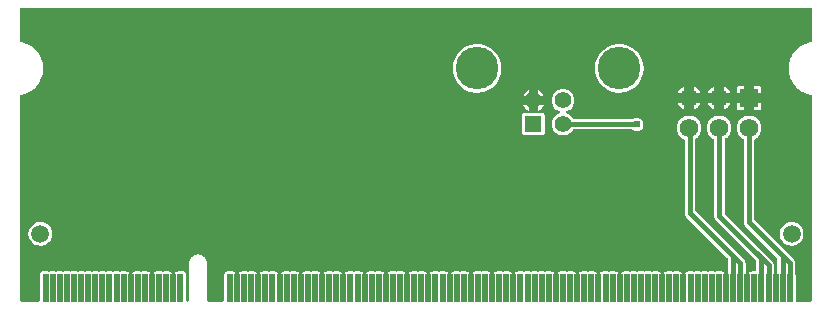
<source format=gbl>
G04 Layer: BottomLayer*
G04 EasyEDA v6.5.23, 2023-08-22 14:51:30*
G04 a67cddfb3fce44daa9051d46cbbcc19f,10*
G04 Gerber Generator version 0.2*
G04 Scale: 100 percent, Rotated: No, Reflected: No *
G04 Dimensions in millimeters *
G04 leading zeros omitted , absolute positions ,4 integer and 5 decimal *
%FSLAX45Y45*%
%MOMM*%

%AMMACRO1*4,1,4,-0.2249,1.15,0.2249,1.15,0.2249,-1.15,-0.2249,-1.15,-0.2249,1.15,0*%
%AMMACRO2*4,1,4,-0.225,1.15,0.225,1.15,0.225,-1.15,-0.225,-1.15,-0.225,1.15,0*%
%ADD10C,0.4000*%
%ADD11MACRO1*%
%ADD12MACRO2*%
%ADD13C,1.5001*%
%ADD14C,1.4000*%
%ADD15R,1.4000X1.4000*%
%ADD16C,3.6000*%
%ADD17C,1.5748*%
%ADD18R,1.5748X1.5748*%
%ADD19C,0.6096*%
%ADD20C,0.6100*%
%ADD21C,0.0152*%

%LPD*%
G36*
X36169Y25958D02*
G01*
X32258Y26720D01*
X29006Y28956D01*
X26771Y32258D01*
X26009Y36118D01*
X26009Y1766976D01*
X26670Y1770532D01*
X28498Y1773631D01*
X31292Y1775917D01*
X34696Y1777034D01*
X45618Y1778812D01*
X64262Y1783486D01*
X85191Y1790801D01*
X105308Y1800148D01*
X124358Y1811426D01*
X126796Y1813052D01*
X144526Y1826361D01*
X160832Y1841347D01*
X173786Y1855622D01*
X187096Y1873351D01*
X198628Y1892300D01*
X199999Y1894839D01*
X209346Y1914956D01*
X216662Y1935886D01*
X221335Y1954530D01*
X225044Y1979371D01*
X225958Y2001520D01*
X225044Y2020722D01*
X221335Y2045563D01*
X216662Y2064207D01*
X209346Y2085136D01*
X199999Y2105253D01*
X188722Y2124303D01*
X187096Y2126742D01*
X173786Y2144471D01*
X158800Y2160778D01*
X144526Y2173732D01*
X126796Y2187041D01*
X107848Y2198573D01*
X105308Y2199944D01*
X85191Y2209292D01*
X64262Y2216607D01*
X45618Y2221280D01*
X34696Y2223058D01*
X31292Y2224227D01*
X28498Y2226462D01*
X26670Y2229561D01*
X26009Y2233117D01*
X26009Y2503982D01*
X26771Y2507894D01*
X29006Y2511145D01*
X32258Y2513380D01*
X36169Y2514142D01*
X6724040Y2514142D01*
X6727952Y2513380D01*
X6731203Y2511145D01*
X6733438Y2507894D01*
X6734200Y2503982D01*
X6734200Y2233117D01*
X6733590Y2229561D01*
X6731711Y2226462D01*
X6728917Y2224227D01*
X6725513Y2223058D01*
X6714591Y2221280D01*
X6695948Y2216607D01*
X6675018Y2209292D01*
X6654901Y2199944D01*
X6635851Y2188667D01*
X6633413Y2187041D01*
X6615684Y2173732D01*
X6599377Y2158746D01*
X6586423Y2144471D01*
X6573113Y2126742D01*
X6561581Y2107793D01*
X6560210Y2105253D01*
X6550863Y2085136D01*
X6543548Y2064207D01*
X6538874Y2045563D01*
X6535166Y2020722D01*
X6534251Y1998573D01*
X6535166Y1979371D01*
X6538874Y1954530D01*
X6543548Y1935886D01*
X6550863Y1914956D01*
X6560210Y1894839D01*
X6571488Y1875789D01*
X6573113Y1873351D01*
X6586423Y1855622D01*
X6601409Y1839315D01*
X6615684Y1826361D01*
X6633413Y1813052D01*
X6652361Y1801520D01*
X6654901Y1800148D01*
X6675018Y1790801D01*
X6695948Y1783486D01*
X6714591Y1778812D01*
X6725513Y1777034D01*
X6728917Y1775917D01*
X6731711Y1773631D01*
X6733590Y1770532D01*
X6734200Y1766976D01*
X6734200Y36118D01*
X6733438Y32258D01*
X6731203Y28956D01*
X6727952Y26720D01*
X6724040Y25958D01*
X6603695Y25958D01*
X6599783Y26720D01*
X6596481Y28956D01*
X6594297Y32258D01*
X6593535Y36118D01*
X6593535Y254457D01*
X6592773Y260807D01*
X6591553Y264363D01*
X6590995Y267716D01*
X6590944Y356616D01*
X6589725Y365353D01*
X6587032Y373380D01*
X6582918Y380746D01*
X6577177Y387654D01*
X6248755Y716076D01*
X6246571Y719378D01*
X6245809Y723239D01*
X6245809Y1395882D01*
X6246469Y1399540D01*
X6248450Y1402740D01*
X6263690Y1413002D01*
X6273952Y1421993D01*
X6282994Y1432306D01*
X6290614Y1443685D01*
X6296660Y1455978D01*
X6301028Y1468932D01*
X6303721Y1482344D01*
X6304635Y1496009D01*
X6303721Y1509674D01*
X6301028Y1523085D01*
X6296660Y1536039D01*
X6290614Y1548333D01*
X6282994Y1559712D01*
X6273952Y1569974D01*
X6263690Y1579016D01*
X6252311Y1586585D01*
X6240018Y1592681D01*
X6227064Y1597050D01*
X6213652Y1599742D01*
X6199987Y1600606D01*
X6186322Y1599742D01*
X6172911Y1597050D01*
X6159957Y1592681D01*
X6147663Y1586585D01*
X6136284Y1579016D01*
X6126022Y1569974D01*
X6116980Y1559712D01*
X6109360Y1548333D01*
X6103315Y1536039D01*
X6098946Y1523085D01*
X6096254Y1509674D01*
X6095339Y1496009D01*
X6096254Y1482344D01*
X6098946Y1468932D01*
X6103315Y1455978D01*
X6109360Y1443685D01*
X6116980Y1432306D01*
X6126022Y1421993D01*
X6136284Y1413002D01*
X6148324Y1405077D01*
X6151321Y1402842D01*
X6153302Y1399641D01*
X6153962Y1395984D01*
X6154013Y698246D01*
X6155232Y689508D01*
X6157925Y681482D01*
X6162040Y674116D01*
X6167780Y667207D01*
X6436258Y398729D01*
X6438442Y395427D01*
X6439204Y391566D01*
X6439204Y267716D01*
X6438646Y264363D01*
X6437426Y260807D01*
X6436715Y254457D01*
X6436715Y36118D01*
X6435902Y32258D01*
X6433718Y28956D01*
X6430416Y26720D01*
X6426555Y25958D01*
X6423660Y25958D01*
X6419748Y26720D01*
X6416497Y28956D01*
X6414262Y32258D01*
X6413500Y36118D01*
X6413500Y254457D01*
X6412788Y260807D01*
X6411569Y264261D01*
X6411010Y267614D01*
X6410960Y336651D01*
X6409740Y345389D01*
X6407048Y353415D01*
X6402933Y360832D01*
X6397244Y367690D01*
X5998870Y766013D01*
X5996686Y769315D01*
X5995873Y773226D01*
X5995873Y1398371D01*
X5996432Y1401622D01*
X5998006Y1404518D01*
X6000394Y1406804D01*
X6009690Y1413002D01*
X6019952Y1421993D01*
X6028994Y1432306D01*
X6036614Y1443685D01*
X6042660Y1455978D01*
X6047028Y1468932D01*
X6049721Y1482344D01*
X6050635Y1496009D01*
X6049721Y1509674D01*
X6047028Y1523085D01*
X6042660Y1536039D01*
X6036614Y1548333D01*
X6028994Y1559712D01*
X6019952Y1569974D01*
X6009690Y1579016D01*
X5998311Y1586585D01*
X5986018Y1592681D01*
X5973064Y1597050D01*
X5959652Y1599742D01*
X5945987Y1600606D01*
X5932322Y1599742D01*
X5918911Y1597050D01*
X5905957Y1592681D01*
X5893663Y1586585D01*
X5882284Y1579016D01*
X5872022Y1569974D01*
X5862980Y1559712D01*
X5855360Y1548333D01*
X5849315Y1536039D01*
X5844946Y1523085D01*
X5842254Y1509674D01*
X5841339Y1496009D01*
X5842254Y1482344D01*
X5844946Y1468932D01*
X5849315Y1455978D01*
X5855360Y1443685D01*
X5862980Y1432306D01*
X5872022Y1421993D01*
X5882284Y1413002D01*
X5893663Y1405382D01*
X5898438Y1403045D01*
X5901436Y1400810D01*
X5903366Y1397609D01*
X5904077Y1393952D01*
X5904128Y748233D01*
X5905347Y739495D01*
X5908040Y731469D01*
X5912154Y724103D01*
X5917844Y717194D01*
X6256274Y378815D01*
X6258458Y375513D01*
X6259220Y371602D01*
X6259220Y291134D01*
X6258458Y287223D01*
X6256274Y283921D01*
X6252972Y281736D01*
X6249060Y280974D01*
X6223152Y280974D01*
X6216243Y280162D01*
X6213957Y280162D01*
X6207048Y280974D01*
X6202578Y280974D01*
X6202578Y274421D01*
X6202222Y271627D01*
X6201054Y268986D01*
X6199327Y266242D01*
X6197396Y260807D01*
X6196685Y254457D01*
X6196685Y36118D01*
X6195923Y32258D01*
X6193688Y28956D01*
X6190437Y26720D01*
X6186525Y25958D01*
X6183680Y25958D01*
X6179769Y26720D01*
X6176518Y28956D01*
X6174282Y32258D01*
X6173520Y36118D01*
X6173520Y254457D01*
X6172809Y260807D01*
X6171539Y264414D01*
X6170980Y267766D01*
X6170930Y351688D01*
X6169710Y360426D01*
X6167018Y368452D01*
X6162903Y375869D01*
X6157214Y382727D01*
X5748883Y791057D01*
X5746648Y794308D01*
X5745886Y798220D01*
X5745886Y1401013D01*
X5746445Y1404264D01*
X5748020Y1407210D01*
X5750407Y1409446D01*
X5755690Y1413002D01*
X5765952Y1421993D01*
X5774994Y1432306D01*
X5782614Y1443685D01*
X5788660Y1455978D01*
X5793028Y1468932D01*
X5795721Y1482344D01*
X5796635Y1496009D01*
X5795721Y1509674D01*
X5793028Y1523085D01*
X5788660Y1536039D01*
X5782614Y1548333D01*
X5774994Y1559712D01*
X5765952Y1569974D01*
X5755690Y1579016D01*
X5744311Y1586585D01*
X5732018Y1592681D01*
X5719064Y1597050D01*
X5705652Y1599742D01*
X5691987Y1600606D01*
X5678322Y1599742D01*
X5664911Y1597050D01*
X5651957Y1592681D01*
X5639663Y1586585D01*
X5628284Y1579016D01*
X5618022Y1569974D01*
X5608980Y1559712D01*
X5601360Y1548333D01*
X5595315Y1536039D01*
X5590946Y1523085D01*
X5588254Y1509674D01*
X5587339Y1496009D01*
X5588254Y1482344D01*
X5590946Y1468932D01*
X5595315Y1455978D01*
X5601360Y1443685D01*
X5608980Y1432306D01*
X5618022Y1421993D01*
X5628284Y1413002D01*
X5639663Y1405382D01*
X5648401Y1401064D01*
X5651398Y1398828D01*
X5653379Y1395628D01*
X5654090Y1391970D01*
X5654141Y773226D01*
X5655360Y764489D01*
X5658053Y756462D01*
X5662168Y749096D01*
X5667857Y742188D01*
X6016244Y393852D01*
X6018428Y390550D01*
X6019190Y386638D01*
X6019190Y267665D01*
X6018631Y264261D01*
X6017412Y260807D01*
X6016701Y254457D01*
X6016701Y36118D01*
X6015939Y32258D01*
X6013704Y28956D01*
X6010452Y26720D01*
X6006541Y25958D01*
X6003696Y25958D01*
X5999784Y26720D01*
X5996482Y28956D01*
X5994298Y32258D01*
X5993536Y36118D01*
X5993536Y254457D01*
X5992774Y260807D01*
X5990894Y266242D01*
X5989116Y269087D01*
X5987948Y271678D01*
X5987542Y274472D01*
X5987542Y280974D01*
X5983173Y280974D01*
X5976213Y280162D01*
X5973978Y280162D01*
X5967018Y280974D01*
X5923178Y280974D01*
X5916218Y280162D01*
X5913983Y280162D01*
X5907024Y280974D01*
X5863183Y280974D01*
X5856224Y280162D01*
X5853988Y280162D01*
X5847029Y280974D01*
X5803188Y280974D01*
X5796229Y280162D01*
X5793943Y280162D01*
X5787034Y280974D01*
X5743194Y280974D01*
X5736234Y280162D01*
X5733948Y280162D01*
X5727039Y280974D01*
X5683148Y280974D01*
X5676239Y280162D01*
X5673953Y280162D01*
X5667044Y280974D01*
X5662574Y280974D01*
X5662574Y274421D01*
X5662218Y271627D01*
X5661050Y268986D01*
X5659323Y266242D01*
X5657392Y260807D01*
X5656681Y254457D01*
X5656681Y36118D01*
X5655919Y32258D01*
X5653684Y28956D01*
X5650433Y26720D01*
X5646521Y25958D01*
X5643676Y25958D01*
X5639765Y26720D01*
X5636514Y28956D01*
X5634278Y32258D01*
X5633516Y36118D01*
X5633516Y254457D01*
X5632805Y260807D01*
X5630875Y266242D01*
X5628944Y269341D01*
X5627776Y271932D01*
X5627370Y274777D01*
X5627370Y280974D01*
X5623153Y280974D01*
X5616244Y280162D01*
X5613958Y280162D01*
X5607050Y280974D01*
X5563158Y280974D01*
X5556250Y280162D01*
X5553964Y280162D01*
X5547055Y280974D01*
X5503164Y280974D01*
X5496255Y280162D01*
X5493969Y280162D01*
X5487009Y280974D01*
X5482742Y280974D01*
X5482742Y274624D01*
X5482336Y271830D01*
X5481218Y269240D01*
X5479338Y266242D01*
X5477408Y260807D01*
X5476697Y254457D01*
X5476697Y36118D01*
X5475935Y32258D01*
X5473700Y28956D01*
X5470448Y26720D01*
X5466537Y25958D01*
X5463692Y25958D01*
X5459780Y26720D01*
X5456478Y28956D01*
X5454294Y32258D01*
X5453532Y36118D01*
X5453532Y254457D01*
X5452770Y260807D01*
X5450890Y266242D01*
X5449112Y269087D01*
X5447944Y271678D01*
X5447538Y274472D01*
X5447538Y280974D01*
X5443169Y280974D01*
X5436260Y280162D01*
X5433974Y280162D01*
X5427014Y280974D01*
X5383174Y280974D01*
X5376214Y280162D01*
X5373979Y280162D01*
X5367020Y280974D01*
X5323179Y280974D01*
X5316220Y280162D01*
X5313984Y280162D01*
X5307025Y280974D01*
X5263184Y280974D01*
X5256225Y280162D01*
X5253939Y280162D01*
X5247030Y280974D01*
X5203190Y280974D01*
X5196230Y280162D01*
X5193944Y280162D01*
X5187035Y280974D01*
X5143195Y280974D01*
X5136235Y280162D01*
X5133949Y280162D01*
X5127040Y280974D01*
X5122570Y280974D01*
X5122570Y274370D01*
X5122214Y271576D01*
X5119319Y266242D01*
X5117439Y260807D01*
X5116728Y254457D01*
X5116728Y36118D01*
X5115915Y32258D01*
X5113731Y28956D01*
X5110429Y26720D01*
X5106568Y25958D01*
X5103672Y25958D01*
X5099761Y26720D01*
X5096510Y28956D01*
X5094274Y32258D01*
X5093512Y36118D01*
X5093512Y254457D01*
X5092801Y260807D01*
X5090871Y266242D01*
X5088940Y269341D01*
X5087772Y271932D01*
X5087366Y274777D01*
X5087366Y280974D01*
X5083149Y280974D01*
X5076240Y280162D01*
X5073954Y280162D01*
X5067046Y280974D01*
X5023154Y280974D01*
X5016246Y280162D01*
X5013960Y280162D01*
X5007051Y280974D01*
X4963160Y280974D01*
X4956251Y280162D01*
X4953965Y280162D01*
X4947005Y280974D01*
X4942738Y280974D01*
X4942738Y274624D01*
X4942332Y271830D01*
X4941214Y269240D01*
X4939334Y266242D01*
X4937404Y260807D01*
X4936693Y254457D01*
X4936693Y36118D01*
X4935931Y32258D01*
X4933696Y28956D01*
X4930444Y26720D01*
X4926533Y25958D01*
X4923688Y25958D01*
X4919776Y26720D01*
X4916474Y28956D01*
X4914290Y32258D01*
X4913528Y36118D01*
X4913528Y254457D01*
X4912766Y260807D01*
X4910886Y266242D01*
X4909108Y269087D01*
X4907940Y271678D01*
X4907534Y274472D01*
X4907534Y280974D01*
X4903165Y280974D01*
X4896256Y280162D01*
X4893970Y280162D01*
X4887010Y280974D01*
X4843170Y280974D01*
X4836261Y280162D01*
X4833975Y280162D01*
X4827016Y280974D01*
X4783175Y280974D01*
X4776216Y280162D01*
X4773980Y280162D01*
X4767021Y280974D01*
X4762652Y280974D01*
X4762652Y274523D01*
X4762296Y271729D01*
X4761128Y269138D01*
X4759299Y266242D01*
X4757420Y260807D01*
X4756708Y254457D01*
X4756708Y36118D01*
X4755896Y32258D01*
X4753711Y28956D01*
X4750409Y26720D01*
X4746548Y25958D01*
X4743704Y25958D01*
X4739792Y26720D01*
X4736490Y28956D01*
X4734306Y32258D01*
X4733544Y36118D01*
X4733544Y254457D01*
X4732782Y260807D01*
X4730902Y266242D01*
X4729022Y269240D01*
X4727854Y271830D01*
X4727448Y274624D01*
X4727448Y280974D01*
X4723180Y280974D01*
X4716221Y280162D01*
X4713986Y280162D01*
X4707026Y280974D01*
X4663186Y280974D01*
X4656226Y280162D01*
X4653940Y280162D01*
X4647031Y280974D01*
X4603191Y280974D01*
X4596231Y280162D01*
X4593945Y280162D01*
X4587036Y280974D01*
X4582566Y280974D01*
X4582566Y274370D01*
X4582160Y271576D01*
X4579315Y266242D01*
X4577435Y260807D01*
X4576724Y254457D01*
X4576724Y36118D01*
X4575911Y32258D01*
X4573727Y28956D01*
X4570425Y26720D01*
X4566564Y25958D01*
X4563668Y25958D01*
X4559757Y26720D01*
X4556506Y28956D01*
X4554270Y32258D01*
X4553508Y36118D01*
X4553508Y254457D01*
X4552797Y260807D01*
X4550867Y266242D01*
X4548936Y269341D01*
X4547768Y271932D01*
X4547362Y274777D01*
X4547362Y280974D01*
X4543196Y280974D01*
X4536236Y280162D01*
X4533950Y280162D01*
X4527042Y280974D01*
X4483150Y280974D01*
X4476242Y280162D01*
X4473956Y280162D01*
X4467047Y280974D01*
X4423156Y280974D01*
X4416247Y280162D01*
X4413961Y280162D01*
X4407052Y280974D01*
X4363161Y280974D01*
X4356252Y280162D01*
X4353966Y280162D01*
X4347006Y280974D01*
X4303166Y280974D01*
X4296257Y280162D01*
X4293971Y280162D01*
X4287012Y280974D01*
X4243171Y280974D01*
X4236262Y280162D01*
X4233976Y280162D01*
X4227017Y280974D01*
X4222648Y280974D01*
X4222648Y274472D01*
X4222292Y271678D01*
X4221124Y269087D01*
X4219346Y266242D01*
X4217416Y260807D01*
X4216704Y254457D01*
X4216704Y36118D01*
X4215942Y32258D01*
X4213707Y28956D01*
X4210456Y26720D01*
X4206544Y25958D01*
X4203700Y25958D01*
X4199788Y26720D01*
X4196486Y28956D01*
X4194301Y32258D01*
X4193540Y36118D01*
X4193540Y254457D01*
X4192778Y260807D01*
X4190898Y266242D01*
X4189018Y269240D01*
X4187850Y271830D01*
X4187444Y274624D01*
X4187444Y280974D01*
X4183176Y280974D01*
X4176217Y280162D01*
X4173982Y280162D01*
X4167022Y280974D01*
X4123182Y280974D01*
X4116222Y280162D01*
X4113987Y280162D01*
X4107027Y280974D01*
X4063187Y280974D01*
X4056227Y280162D01*
X4053941Y280162D01*
X4047032Y280974D01*
X4042562Y280974D01*
X4042562Y274370D01*
X4042156Y271576D01*
X4039311Y266242D01*
X4037431Y260807D01*
X4036720Y254457D01*
X4036720Y36118D01*
X4035907Y32258D01*
X4033723Y28956D01*
X4030421Y26720D01*
X4026509Y25958D01*
X4023664Y25958D01*
X4019753Y26720D01*
X4016501Y28956D01*
X4014266Y32258D01*
X4013504Y36118D01*
X4013504Y254457D01*
X4012793Y260807D01*
X4010863Y266242D01*
X4008932Y269341D01*
X4007764Y271932D01*
X4007358Y274777D01*
X4007358Y280974D01*
X4003192Y280974D01*
X3996232Y280162D01*
X3993946Y280162D01*
X3987037Y280974D01*
X3943197Y280974D01*
X3936237Y280162D01*
X3933951Y280162D01*
X3927043Y280974D01*
X3883151Y280974D01*
X3876243Y280162D01*
X3873957Y280162D01*
X3867048Y280974D01*
X3862730Y280974D01*
X3862730Y274675D01*
X3862374Y271830D01*
X3861206Y269240D01*
X3859326Y266242D01*
X3857396Y260807D01*
X3856685Y254457D01*
X3856685Y36118D01*
X3855923Y32258D01*
X3853687Y28956D01*
X3850436Y26720D01*
X3846525Y25958D01*
X3843680Y25958D01*
X3839768Y26720D01*
X3836517Y28956D01*
X3834282Y32258D01*
X3833520Y36118D01*
X3833520Y254457D01*
X3832809Y260807D01*
X3830878Y266242D01*
X3829100Y269138D01*
X3827932Y271729D01*
X3827526Y274523D01*
X3827526Y280974D01*
X3823157Y280974D01*
X3816248Y280162D01*
X3813962Y280162D01*
X3807053Y280974D01*
X3763162Y280974D01*
X3756253Y280162D01*
X3753967Y280162D01*
X3747008Y280974D01*
X3703167Y280974D01*
X3696258Y280162D01*
X3693972Y280162D01*
X3687013Y280974D01*
X3682644Y280974D01*
X3682644Y274472D01*
X3682237Y271678D01*
X3681120Y269087D01*
X3679342Y266242D01*
X3677412Y260807D01*
X3676700Y254457D01*
X3676700Y36118D01*
X3675938Y32258D01*
X3673703Y28956D01*
X3670452Y26720D01*
X3666540Y25958D01*
X3663645Y25958D01*
X3659784Y26720D01*
X3656482Y28956D01*
X3654298Y32258D01*
X3653536Y36118D01*
X3653536Y254457D01*
X3652774Y260807D01*
X3650894Y266242D01*
X3649014Y269240D01*
X3647846Y271830D01*
X3647440Y274624D01*
X3647440Y280974D01*
X3643172Y280974D01*
X3636264Y280162D01*
X3633978Y280162D01*
X3627018Y280974D01*
X3583178Y280974D01*
X3576218Y280162D01*
X3573983Y280162D01*
X3567023Y280974D01*
X3523183Y280974D01*
X3516223Y280162D01*
X3513988Y280162D01*
X3507028Y280974D01*
X3502812Y280974D01*
X3502812Y274777D01*
X3502456Y271983D01*
X3501288Y269392D01*
X3499307Y266242D01*
X3497427Y260807D01*
X3496716Y254457D01*
X3496716Y36118D01*
X3495903Y32258D01*
X3493719Y28956D01*
X3490417Y26720D01*
X3486556Y25958D01*
X3483660Y25958D01*
X3479749Y26720D01*
X3476498Y28956D01*
X3474262Y32258D01*
X3473500Y36118D01*
X3473500Y254457D01*
X3472789Y260807D01*
X3470859Y266242D01*
X3468014Y271526D01*
X3467608Y274370D01*
X3467608Y280974D01*
X3463188Y280974D01*
X3456228Y280162D01*
X3453942Y280162D01*
X3447034Y280974D01*
X3403193Y280974D01*
X3396234Y280162D01*
X3393948Y280162D01*
X3387039Y280974D01*
X3343148Y280974D01*
X3336239Y280162D01*
X3333953Y280162D01*
X3327044Y280974D01*
X3322726Y280974D01*
X3322726Y274675D01*
X3322370Y271830D01*
X3321202Y269240D01*
X3319322Y266242D01*
X3317392Y260807D01*
X3316681Y254457D01*
X3316681Y36118D01*
X3315919Y32258D01*
X3313684Y28956D01*
X3310432Y26720D01*
X3306521Y25958D01*
X3303676Y25958D01*
X3299764Y26720D01*
X3296513Y28956D01*
X3294278Y32258D01*
X3293516Y36118D01*
X3293516Y254457D01*
X3292805Y260807D01*
X3290874Y266242D01*
X3289096Y269138D01*
X3287928Y271729D01*
X3287522Y274523D01*
X3287522Y280974D01*
X3283153Y280974D01*
X3276244Y280162D01*
X3273958Y280162D01*
X3267049Y280974D01*
X3223158Y280974D01*
X3216249Y280162D01*
X3213963Y280162D01*
X3207054Y280974D01*
X3163163Y280974D01*
X3156254Y280162D01*
X3153968Y280162D01*
X3147009Y280974D01*
X3142640Y280974D01*
X3142640Y274472D01*
X3142234Y271678D01*
X3141116Y269087D01*
X3139338Y266242D01*
X3137408Y260807D01*
X3136696Y254457D01*
X3136696Y36118D01*
X3135934Y32258D01*
X3133699Y28956D01*
X3130448Y26720D01*
X3126536Y25958D01*
X3123692Y25958D01*
X3119780Y26720D01*
X3116478Y28956D01*
X3114294Y32258D01*
X3113481Y36118D01*
X3113481Y254457D01*
X3112770Y260807D01*
X3110890Y266242D01*
X3109010Y269240D01*
X3107842Y271830D01*
X3107436Y274624D01*
X3107436Y280974D01*
X3103168Y280974D01*
X3096260Y280162D01*
X3093974Y280162D01*
X3087014Y280974D01*
X3043174Y280974D01*
X3036214Y280162D01*
X3033979Y280162D01*
X3027019Y280974D01*
X2983179Y280974D01*
X2976219Y280162D01*
X2973984Y280162D01*
X2967024Y280974D01*
X2962808Y280974D01*
X2962808Y274777D01*
X2962452Y271983D01*
X2961284Y269392D01*
X2959303Y266242D01*
X2957423Y260807D01*
X2956661Y254457D01*
X2956661Y36118D01*
X2955899Y32258D01*
X2953715Y28956D01*
X2950413Y26720D01*
X2946552Y25958D01*
X2943707Y25958D01*
X2939796Y26720D01*
X2936494Y28956D01*
X2934309Y32258D01*
X2933547Y36118D01*
X2933547Y254457D01*
X2932785Y260807D01*
X2930906Y266242D01*
X2928010Y271576D01*
X2927604Y274421D01*
X2927604Y280974D01*
X2923184Y280974D01*
X2916224Y280162D01*
X2913989Y280162D01*
X2907030Y280974D01*
X2863189Y280974D01*
X2856230Y280162D01*
X2853944Y280162D01*
X2847035Y280974D01*
X2803194Y280974D01*
X2796235Y280162D01*
X2793949Y280162D01*
X2787040Y280974D01*
X2782722Y280974D01*
X2782722Y274624D01*
X2782366Y271780D01*
X2781198Y269189D01*
X2779318Y266242D01*
X2777439Y260807D01*
X2776728Y254457D01*
X2776728Y36118D01*
X2775915Y32258D01*
X2773730Y28956D01*
X2770428Y26720D01*
X2766568Y25958D01*
X2763672Y25958D01*
X2759760Y26720D01*
X2756509Y28956D01*
X2754274Y32258D01*
X2753512Y36118D01*
X2753512Y254457D01*
X2752801Y260807D01*
X2750870Y266242D01*
X2749092Y269138D01*
X2747924Y271729D01*
X2747518Y274523D01*
X2747518Y280974D01*
X2743149Y280974D01*
X2736240Y280162D01*
X2733954Y280162D01*
X2727045Y280974D01*
X2683154Y280974D01*
X2676245Y280162D01*
X2673959Y280162D01*
X2667050Y280974D01*
X2623159Y280974D01*
X2616250Y280162D01*
X2613964Y280162D01*
X2607005Y280974D01*
X2602636Y280974D01*
X2602636Y274472D01*
X2602230Y271678D01*
X2601112Y269087D01*
X2599334Y266242D01*
X2597404Y260807D01*
X2596692Y254457D01*
X2596692Y36118D01*
X2595930Y32258D01*
X2593695Y28956D01*
X2590444Y26720D01*
X2586532Y25958D01*
X2583688Y25958D01*
X2579776Y26720D01*
X2576474Y28956D01*
X2574290Y32258D01*
X2573528Y36118D01*
X2573528Y254457D01*
X2572766Y260807D01*
X2570886Y266242D01*
X2569006Y269240D01*
X2567838Y271830D01*
X2567432Y274624D01*
X2567432Y280974D01*
X2563164Y280974D01*
X2556256Y280162D01*
X2553970Y280162D01*
X2547010Y280974D01*
X2503170Y280974D01*
X2496261Y280162D01*
X2493975Y280162D01*
X2487015Y280974D01*
X2443175Y280974D01*
X2436215Y280162D01*
X2433980Y280162D01*
X2427020Y280974D01*
X2422804Y280974D01*
X2422804Y274777D01*
X2422448Y271983D01*
X2421280Y269392D01*
X2419299Y266242D01*
X2417419Y260807D01*
X2416708Y254457D01*
X2416708Y36118D01*
X2415895Y32258D01*
X2413711Y28956D01*
X2410409Y26720D01*
X2406548Y25958D01*
X2403703Y25958D01*
X2399792Y26720D01*
X2396490Y28956D01*
X2394305Y32258D01*
X2393543Y36118D01*
X2393543Y254457D01*
X2392781Y260807D01*
X2390902Y266242D01*
X2388006Y271576D01*
X2387600Y274421D01*
X2387600Y280974D01*
X2383180Y280974D01*
X2376220Y280162D01*
X2373985Y280162D01*
X2367026Y280974D01*
X2323185Y280974D01*
X2316226Y280162D01*
X2313940Y280162D01*
X2307031Y280974D01*
X2263190Y280974D01*
X2256231Y280162D01*
X2253945Y280162D01*
X2247036Y280974D01*
X2242718Y280974D01*
X2242718Y274624D01*
X2242312Y271780D01*
X2241194Y269189D01*
X2239314Y266242D01*
X2237435Y260807D01*
X2236724Y254457D01*
X2236724Y36118D01*
X2235911Y32258D01*
X2233726Y28956D01*
X2230424Y26720D01*
X2226513Y25958D01*
X2223668Y25958D01*
X2219756Y26720D01*
X2216505Y28956D01*
X2214270Y32258D01*
X2213508Y36118D01*
X2213508Y254457D01*
X2212797Y260807D01*
X2210866Y266242D01*
X2209088Y269087D01*
X2207920Y271678D01*
X2207514Y274523D01*
X2207514Y280974D01*
X2203196Y280974D01*
X2196236Y280162D01*
X2193950Y280162D01*
X2187041Y280974D01*
X2143150Y280974D01*
X2136241Y280162D01*
X2133955Y280162D01*
X2127046Y280974D01*
X2083155Y280974D01*
X2076246Y280162D01*
X2073960Y280162D01*
X2067052Y280974D01*
X2062632Y280974D01*
X2062632Y274472D01*
X2062276Y271678D01*
X2061108Y269087D01*
X2059330Y266242D01*
X2057400Y260807D01*
X2056688Y254457D01*
X2056688Y36118D01*
X2055926Y32258D01*
X2053691Y28956D01*
X2050440Y26720D01*
X2046528Y25958D01*
X2043684Y25958D01*
X2039772Y26720D01*
X2036470Y28956D01*
X2034286Y32258D01*
X2033524Y36118D01*
X2033524Y254457D01*
X2032762Y260807D01*
X2030882Y266242D01*
X2029002Y269240D01*
X2027834Y271830D01*
X2027428Y274624D01*
X2027428Y280974D01*
X2023160Y280974D01*
X2016252Y280162D01*
X2013966Y280162D01*
X2007006Y280974D01*
X1963166Y280974D01*
X1956257Y280162D01*
X1953971Y280162D01*
X1947011Y280974D01*
X1903171Y280974D01*
X1896262Y280162D01*
X1893976Y280162D01*
X1887016Y280974D01*
X1882800Y280974D01*
X1882800Y274726D01*
X1882444Y271932D01*
X1881276Y269341D01*
X1879346Y266242D01*
X1877415Y260807D01*
X1876704Y254457D01*
X1876704Y36118D01*
X1875942Y32258D01*
X1873707Y28956D01*
X1870456Y26720D01*
X1866544Y25958D01*
X1863699Y25958D01*
X1859788Y26720D01*
X1856486Y28956D01*
X1854301Y32258D01*
X1853539Y36118D01*
X1853539Y254457D01*
X1852777Y260807D01*
X1850898Y266242D01*
X1848002Y271576D01*
X1847596Y274421D01*
X1847596Y280974D01*
X1843176Y280974D01*
X1836216Y280162D01*
X1833981Y280162D01*
X1827022Y280974D01*
X1783181Y280974D01*
X1776831Y280263D01*
X1771396Y278333D01*
X1766468Y275234D01*
X1762404Y271170D01*
X1759305Y266242D01*
X1757425Y260807D01*
X1756714Y254457D01*
X1756714Y36118D01*
X1755902Y32258D01*
X1753717Y28956D01*
X1750415Y26720D01*
X1746554Y25958D01*
X1621180Y25958D01*
X1617268Y26720D01*
X1614017Y28956D01*
X1611782Y32258D01*
X1611020Y36118D01*
X1611020Y349808D01*
X1609953Y362000D01*
X1608836Y367690D01*
X1606194Y376377D01*
X1603959Y381762D01*
X1599692Y389737D01*
X1596491Y394563D01*
X1590751Y401574D01*
X1586585Y405688D01*
X1579626Y411429D01*
X1574749Y414680D01*
X1566773Y418947D01*
X1561388Y421132D01*
X1552752Y423773D01*
X1547012Y424942D01*
X1538020Y425805D01*
X1532178Y425805D01*
X1523187Y424942D01*
X1517497Y423773D01*
X1508810Y421132D01*
X1503426Y418947D01*
X1495450Y414680D01*
X1490624Y411429D01*
X1483614Y405688D01*
X1479499Y401574D01*
X1473758Y394563D01*
X1470507Y389737D01*
X1466240Y381762D01*
X1464005Y376377D01*
X1461414Y367690D01*
X1460246Y362000D01*
X1459179Y349808D01*
X1459179Y36118D01*
X1458417Y32258D01*
X1456232Y28956D01*
X1452930Y26720D01*
X1449019Y25958D01*
X1443685Y25958D01*
X1439773Y26720D01*
X1436471Y28956D01*
X1434287Y32258D01*
X1433525Y36118D01*
X1433525Y254457D01*
X1432763Y260807D01*
X1430883Y266242D01*
X1427784Y271170D01*
X1423720Y275234D01*
X1418793Y278333D01*
X1413357Y280263D01*
X1407007Y280974D01*
X1363167Y280974D01*
X1356258Y280162D01*
X1353972Y280162D01*
X1347012Y280974D01*
X1342796Y280974D01*
X1342796Y274726D01*
X1342390Y271932D01*
X1341272Y269341D01*
X1339342Y266242D01*
X1337411Y260807D01*
X1336700Y254457D01*
X1336700Y36118D01*
X1335938Y32258D01*
X1333703Y28956D01*
X1330452Y26720D01*
X1326540Y25958D01*
X1323695Y25958D01*
X1319784Y26720D01*
X1316482Y28956D01*
X1314297Y32258D01*
X1313535Y36118D01*
X1313535Y254457D01*
X1312773Y260807D01*
X1310894Y266242D01*
X1307998Y271576D01*
X1307592Y274370D01*
X1307592Y280974D01*
X1303172Y280974D01*
X1296263Y280162D01*
X1293977Y280162D01*
X1287018Y280974D01*
X1243177Y280974D01*
X1236218Y280162D01*
X1233982Y280162D01*
X1227023Y280974D01*
X1183182Y280974D01*
X1176223Y280162D01*
X1173988Y280162D01*
X1167028Y280974D01*
X1162710Y280974D01*
X1162710Y274624D01*
X1162354Y271780D01*
X1161186Y269189D01*
X1159306Y266242D01*
X1157427Y260807D01*
X1156716Y254457D01*
X1156716Y36118D01*
X1155903Y32258D01*
X1153718Y28956D01*
X1150416Y26720D01*
X1146556Y25958D01*
X1143660Y25958D01*
X1139748Y26720D01*
X1136497Y28956D01*
X1134262Y32258D01*
X1133500Y36118D01*
X1133500Y254457D01*
X1132789Y260807D01*
X1130858Y266242D01*
X1129080Y269138D01*
X1127912Y271729D01*
X1127506Y274523D01*
X1127506Y280974D01*
X1123188Y280974D01*
X1116228Y280162D01*
X1113942Y280162D01*
X1107033Y280974D01*
X1063193Y280974D01*
X1056233Y280162D01*
X1053947Y280162D01*
X1047038Y280974D01*
X1003198Y280974D01*
X996238Y280162D01*
X993952Y280162D01*
X987044Y280974D01*
X982624Y280974D01*
X982624Y274472D01*
X982268Y271627D01*
X981100Y269036D01*
X979322Y266242D01*
X977442Y260807D01*
X976731Y254457D01*
X976731Y36118D01*
X975918Y32258D01*
X973734Y28956D01*
X970432Y26720D01*
X966571Y25958D01*
X963676Y25958D01*
X959764Y26720D01*
X956513Y28956D01*
X954278Y32258D01*
X953516Y36118D01*
X953516Y254457D01*
X952804Y260807D01*
X950874Y266242D01*
X948994Y269290D01*
X947826Y271881D01*
X947419Y274675D01*
X947419Y280974D01*
X943152Y280974D01*
X936244Y280162D01*
X933958Y280162D01*
X927049Y280974D01*
X883158Y280974D01*
X876249Y280162D01*
X873963Y280162D01*
X867054Y280974D01*
X823163Y280974D01*
X816254Y280162D01*
X813968Y280162D01*
X807008Y280974D01*
X763168Y280974D01*
X756259Y280162D01*
X753973Y280162D01*
X747014Y280974D01*
X703173Y280974D01*
X696214Y280162D01*
X693978Y280162D01*
X687019Y280974D01*
X643178Y280974D01*
X636219Y280162D01*
X633984Y280162D01*
X627024Y280974D01*
X583184Y280974D01*
X576224Y280162D01*
X573989Y280162D01*
X567029Y280974D01*
X523189Y280974D01*
X516229Y280162D01*
X513943Y280162D01*
X507034Y280974D01*
X463194Y280974D01*
X456234Y280162D01*
X453948Y280162D01*
X447040Y280974D01*
X403148Y280974D01*
X396240Y280162D01*
X393954Y280162D01*
X387045Y280974D01*
X343154Y280974D01*
X336245Y280162D01*
X333959Y280162D01*
X327050Y280974D01*
X283159Y280974D01*
X276250Y280162D01*
X273964Y280162D01*
X267004Y280974D01*
X223164Y280974D01*
X216865Y280263D01*
X211378Y278333D01*
X206502Y275234D01*
X202387Y271170D01*
X199339Y266242D01*
X197408Y260807D01*
X196697Y254457D01*
X196697Y36118D01*
X195935Y32258D01*
X193700Y28956D01*
X190449Y26720D01*
X186537Y25958D01*
G37*

%LPC*%
G36*
X6095339Y1795729D02*
G01*
X6154267Y1795729D01*
X6154267Y1854657D01*
X6121806Y1854657D01*
X6115507Y1853946D01*
X6110020Y1852015D01*
X6105144Y1848916D01*
X6101029Y1844852D01*
X6097981Y1839925D01*
X6096050Y1834489D01*
X6095339Y1828190D01*
G37*
G36*
X6245707Y1795729D02*
G01*
X6304635Y1795729D01*
X6304635Y1828190D01*
X6303924Y1834489D01*
X6301994Y1839925D01*
X6298946Y1844852D01*
X6294831Y1848916D01*
X6289954Y1852015D01*
X6284468Y1853946D01*
X6278168Y1854657D01*
X6245707Y1854657D01*
G37*
G36*
X5991707Y1795729D02*
G01*
X6039866Y1795729D01*
X6036614Y1802333D01*
X6028994Y1813712D01*
X6019952Y1823974D01*
X6009690Y1833016D01*
X5998311Y1840585D01*
X5991707Y1843836D01*
G37*
G36*
X5737707Y1795729D02*
G01*
X5785866Y1795729D01*
X5782614Y1802333D01*
X5774994Y1813712D01*
X5765952Y1823974D01*
X5755690Y1833016D01*
X5744311Y1840585D01*
X5737707Y1843836D01*
G37*
G36*
X5852109Y1795729D02*
G01*
X5900267Y1795729D01*
X5900267Y1843836D01*
X5893663Y1840585D01*
X5882284Y1833016D01*
X5872022Y1823974D01*
X5862980Y1813712D01*
X5855360Y1802333D01*
G37*
G36*
X5598109Y1795729D02*
G01*
X5646267Y1795729D01*
X5646267Y1843836D01*
X5639663Y1840585D01*
X5628284Y1833016D01*
X5618022Y1823974D01*
X5608980Y1813712D01*
X5601360Y1802333D01*
G37*
G36*
X3893007Y1794154D02*
G01*
X3912920Y1794662D01*
X3932631Y1797050D01*
X3952087Y1801317D01*
X3970985Y1807514D01*
X3989222Y1815439D01*
X4006646Y1825091D01*
X4023004Y1836420D01*
X4038193Y1849221D01*
X4052112Y1863496D01*
X4064558Y1878990D01*
X4075480Y1895602D01*
X4084726Y1913229D01*
X4092194Y1931670D01*
X4097883Y1950720D01*
X4101744Y1970278D01*
X4103624Y1990039D01*
X4103624Y2009952D01*
X4101744Y2029764D01*
X4097883Y2049272D01*
X4092194Y2068322D01*
X4084726Y2086762D01*
X4075480Y2104390D01*
X4064558Y2121052D01*
X4052112Y2136546D01*
X4038193Y2150770D01*
X4023004Y2163622D01*
X4006646Y2174900D01*
X3989222Y2184552D01*
X3970985Y2192528D01*
X3952087Y2198674D01*
X3932631Y2202942D01*
X3912920Y2205380D01*
X3893007Y2205837D01*
X3873144Y2204415D01*
X3853535Y2201062D01*
X3834384Y2195830D01*
X3815740Y2188768D01*
X3797909Y2179929D01*
X3781044Y2169464D01*
X3765194Y2157374D01*
X3750665Y2143810D01*
X3737457Y2128926D01*
X3725773Y2112822D01*
X3715664Y2095703D01*
X3707282Y2077669D01*
X3700678Y2058873D01*
X3695903Y2039569D01*
X3693058Y2019858D01*
X3692093Y1999996D01*
X3693058Y1980133D01*
X3695903Y1960422D01*
X3700678Y1941118D01*
X3707282Y1922373D01*
X3715664Y1904339D01*
X3725773Y1887169D01*
X3737457Y1871065D01*
X3750665Y1856181D01*
X3765194Y1842617D01*
X3781044Y1830578D01*
X3797909Y1820062D01*
X3815740Y1811223D01*
X3834384Y1804212D01*
X3853535Y1798980D01*
X3873144Y1795627D01*
G37*
G36*
X5097018Y1794154D02*
G01*
X5116931Y1794662D01*
X5136642Y1797050D01*
X5156098Y1801317D01*
X5174996Y1807514D01*
X5193233Y1815439D01*
X5210657Y1825091D01*
X5227015Y1836420D01*
X5242204Y1849221D01*
X5256123Y1863496D01*
X5268569Y1878990D01*
X5279491Y1895602D01*
X5288737Y1913229D01*
X5296204Y1931670D01*
X5301894Y1950720D01*
X5305755Y1970278D01*
X5307634Y1990039D01*
X5307634Y2009952D01*
X5305755Y2029764D01*
X5301894Y2049272D01*
X5296204Y2068322D01*
X5288737Y2086762D01*
X5279491Y2104390D01*
X5268569Y2121052D01*
X5256123Y2136546D01*
X5242204Y2150770D01*
X5227015Y2163622D01*
X5210657Y2174900D01*
X5193233Y2184552D01*
X5174996Y2192528D01*
X5156098Y2198674D01*
X5136642Y2202942D01*
X5116931Y2205380D01*
X5097018Y2205837D01*
X5077155Y2204415D01*
X5057546Y2201062D01*
X5038394Y2195830D01*
X5019751Y2188768D01*
X5001920Y2179929D01*
X4985054Y2169464D01*
X4969205Y2157374D01*
X4954676Y2143810D01*
X4941468Y2128926D01*
X4929784Y2112822D01*
X4919675Y2095703D01*
X4911293Y2077669D01*
X4904689Y2058873D01*
X4899914Y2039569D01*
X4897069Y2019858D01*
X4896104Y1999996D01*
X4897069Y1980133D01*
X4899914Y1960422D01*
X4904689Y1941118D01*
X4911293Y1922373D01*
X4919675Y1904339D01*
X4929784Y1887169D01*
X4941468Y1871065D01*
X4954676Y1856181D01*
X4969205Y1842617D01*
X4985054Y1830578D01*
X5001920Y1820062D01*
X5019751Y1811223D01*
X5038394Y1804212D01*
X5057546Y1798980D01*
X5077155Y1795627D01*
G37*
G36*
X4416348Y1770380D02*
G01*
X4461306Y1770380D01*
X4456938Y1778812D01*
X4449368Y1789531D01*
X4440428Y1799082D01*
X4430268Y1807362D01*
X4419092Y1814169D01*
X4416348Y1815338D01*
G37*
G36*
X4288688Y1770380D02*
G01*
X4333646Y1770380D01*
X4333646Y1815338D01*
X4330852Y1814169D01*
X4319676Y1807362D01*
X4309567Y1799082D01*
X4300626Y1789531D01*
X4293057Y1778812D01*
G37*
G36*
X5646267Y1656130D02*
G01*
X5646267Y1704289D01*
X5598109Y1704289D01*
X5601360Y1697685D01*
X5608980Y1686306D01*
X5618022Y1675993D01*
X5628284Y1667002D01*
X5639663Y1659382D01*
G37*
G36*
X5900267Y1656130D02*
G01*
X5900267Y1704289D01*
X5852109Y1704289D01*
X5855360Y1697685D01*
X5862980Y1686306D01*
X5872022Y1675993D01*
X5882284Y1667002D01*
X5893663Y1659382D01*
G37*
G36*
X5991707Y1656130D02*
G01*
X5998311Y1659382D01*
X6009690Y1667002D01*
X6019952Y1675993D01*
X6028994Y1686306D01*
X6036614Y1697685D01*
X6039866Y1704289D01*
X5991707Y1704289D01*
G37*
G36*
X5737707Y1656130D02*
G01*
X5744311Y1659382D01*
X5755690Y1667002D01*
X5765952Y1675993D01*
X5774994Y1686306D01*
X5782614Y1697685D01*
X5785866Y1704289D01*
X5737707Y1704289D01*
G37*
G36*
X6245707Y1645361D02*
G01*
X6278168Y1645361D01*
X6284468Y1646072D01*
X6289954Y1647952D01*
X6294831Y1651050D01*
X6298946Y1655165D01*
X6301994Y1660042D01*
X6303924Y1665528D01*
X6304635Y1671828D01*
X6304635Y1704289D01*
X6245707Y1704289D01*
G37*
G36*
X6121806Y1645361D02*
G01*
X6154267Y1645361D01*
X6154267Y1704289D01*
X6095339Y1704289D01*
X6095339Y1671828D01*
X6096050Y1665528D01*
X6097981Y1660042D01*
X6101029Y1655165D01*
X6105144Y1651050D01*
X6110020Y1647952D01*
X6115507Y1646072D01*
G37*
G36*
X4416348Y1641297D02*
G01*
X4418888Y1643786D01*
X4430268Y1650695D01*
X4440428Y1658924D01*
X4449368Y1668525D01*
X4456938Y1679193D01*
X4461306Y1687677D01*
X4416348Y1687677D01*
G37*
G36*
X4333646Y1641297D02*
G01*
X4333646Y1687677D01*
X4288688Y1687677D01*
X4293057Y1679193D01*
X4300626Y1668525D01*
X4309567Y1658924D01*
X4319676Y1650695D01*
X4331055Y1643786D01*
G37*
G36*
X4618431Y1433372D02*
G01*
X4631537Y1433372D01*
X4644491Y1435150D01*
X4657090Y1438656D01*
X4669129Y1443888D01*
X4680305Y1450695D01*
X4690414Y1458925D01*
X4699355Y1468526D01*
X4706620Y1478788D01*
X4708906Y1481124D01*
X4711750Y1482598D01*
X4714951Y1483106D01*
X5208778Y1483106D01*
X5211826Y1482648D01*
X5214569Y1481277D01*
X5221833Y1476197D01*
X5230723Y1472031D01*
X5240223Y1469491D01*
X5249976Y1468628D01*
X5259781Y1469491D01*
X5269280Y1472031D01*
X5278170Y1476197D01*
X5286197Y1481836D01*
X5293156Y1488795D01*
X5298795Y1496822D01*
X5302961Y1505712D01*
X5305501Y1515211D01*
X5306314Y1525016D01*
X5305501Y1534769D01*
X5302961Y1544269D01*
X5298795Y1553159D01*
X5293156Y1561236D01*
X5286197Y1568145D01*
X5278170Y1573784D01*
X5269280Y1577949D01*
X5259781Y1580489D01*
X5249976Y1581353D01*
X5240223Y1580489D01*
X5230723Y1577949D01*
X5226253Y1575866D01*
X5221935Y1574901D01*
X4714951Y1574901D01*
X4711750Y1575409D01*
X4708906Y1576882D01*
X4706670Y1579219D01*
X4699355Y1589532D01*
X4690414Y1599082D01*
X4680305Y1607362D01*
X4669129Y1614119D01*
X4656277Y1619707D01*
X4653076Y1621891D01*
X4650892Y1625193D01*
X4650130Y1629003D01*
X4650892Y1632864D01*
X4653076Y1636115D01*
X4656277Y1638350D01*
X4669129Y1643888D01*
X4680305Y1650695D01*
X4690414Y1658924D01*
X4699355Y1668525D01*
X4706924Y1679193D01*
X4712919Y1690827D01*
X4717338Y1703120D01*
X4719980Y1715973D01*
X4720894Y1729028D01*
X4719980Y1742084D01*
X4717338Y1754886D01*
X4712919Y1767230D01*
X4706924Y1778812D01*
X4699355Y1789531D01*
X4690414Y1799082D01*
X4680305Y1807362D01*
X4669129Y1814169D01*
X4657090Y1819351D01*
X4644491Y1822907D01*
X4631537Y1824685D01*
X4618431Y1824685D01*
X4605477Y1822907D01*
X4592878Y1819351D01*
X4580890Y1814169D01*
X4569714Y1807362D01*
X4559554Y1799082D01*
X4550613Y1789531D01*
X4543044Y1778812D01*
X4537049Y1767230D01*
X4532680Y1754886D01*
X4529988Y1742084D01*
X4529124Y1729028D01*
X4529988Y1715973D01*
X4532680Y1703120D01*
X4537049Y1690827D01*
X4543044Y1679193D01*
X4550613Y1668525D01*
X4559554Y1658924D01*
X4569714Y1650695D01*
X4580890Y1643888D01*
X4593691Y1638350D01*
X4596942Y1636115D01*
X4599076Y1632864D01*
X4599838Y1629003D01*
X4599076Y1625193D01*
X4596942Y1621891D01*
X4593691Y1619707D01*
X4580890Y1614119D01*
X4569714Y1607362D01*
X4559554Y1599082D01*
X4550613Y1589532D01*
X4543044Y1578813D01*
X4537049Y1567230D01*
X4532680Y1554886D01*
X4529988Y1542084D01*
X4529124Y1529029D01*
X4529988Y1515973D01*
X4532680Y1503121D01*
X4537049Y1490827D01*
X4543044Y1479194D01*
X4550613Y1468526D01*
X4559554Y1458925D01*
X4569714Y1450695D01*
X4580890Y1443888D01*
X4592878Y1438656D01*
X4605477Y1435150D01*
G37*
G36*
X4305554Y1433118D02*
G01*
X4444441Y1433118D01*
X4450740Y1433830D01*
X4456226Y1435709D01*
X4461103Y1438808D01*
X4465218Y1442923D01*
X4468266Y1447800D01*
X4470196Y1453286D01*
X4470908Y1459585D01*
X4470908Y1598422D01*
X4470196Y1604772D01*
X4468266Y1610207D01*
X4465218Y1615135D01*
X4461103Y1619199D01*
X4456226Y1622298D01*
X4450740Y1624228D01*
X4444441Y1624939D01*
X4424172Y1624939D01*
X4419955Y1625854D01*
X4416450Y1628495D01*
X4415282Y1630730D01*
X4413351Y1627886D01*
X4410049Y1625701D01*
X4406188Y1624939D01*
X4343806Y1624939D01*
X4339894Y1625701D01*
X4336592Y1627886D01*
X4334713Y1630730D01*
X4333544Y1628495D01*
X4330039Y1625854D01*
X4325772Y1624939D01*
X4305554Y1624939D01*
X4299254Y1624228D01*
X4293768Y1622298D01*
X4288891Y1619199D01*
X4284776Y1615135D01*
X4281728Y1610207D01*
X4279798Y1604772D01*
X4279087Y1598422D01*
X4279087Y1459585D01*
X4279798Y1453286D01*
X4281728Y1447800D01*
X4284776Y1442923D01*
X4288891Y1438808D01*
X4293768Y1435709D01*
X4299254Y1433830D01*
G37*
G36*
X6556806Y499160D02*
G01*
X6570268Y499618D01*
X6583527Y501853D01*
X6596430Y505866D01*
X6608622Y511505D01*
X6620002Y518769D01*
X6630314Y527456D01*
X6639356Y537464D01*
X6646976Y548589D01*
X6653022Y560628D01*
X6657441Y573328D01*
X6660134Y586536D01*
X6661048Y599998D01*
X6660134Y613460D01*
X6657441Y626668D01*
X6653022Y639368D01*
X6646976Y651408D01*
X6639356Y662533D01*
X6630314Y672541D01*
X6620002Y681228D01*
X6608622Y688492D01*
X6596430Y694131D01*
X6583527Y698144D01*
X6570268Y700379D01*
X6556806Y700836D01*
X6543395Y699465D01*
X6530289Y696366D01*
X6517690Y691540D01*
X6505854Y685038D01*
X6495034Y677062D01*
X6485331Y667664D01*
X6477000Y657098D01*
X6470091Y645515D01*
X6464858Y633120D01*
X6461302Y620115D01*
X6459474Y606755D01*
X6459474Y593242D01*
X6461302Y579882D01*
X6464858Y566928D01*
X6470091Y554482D01*
X6477000Y542899D01*
X6485331Y532333D01*
X6495034Y522935D01*
X6505854Y514959D01*
X6517690Y508508D01*
X6530289Y503631D01*
X6543395Y500532D01*
G37*
G36*
X196646Y499160D02*
G01*
X210108Y499618D01*
X223418Y501853D01*
X236270Y505866D01*
X248513Y511505D01*
X259842Y518769D01*
X270154Y527456D01*
X279196Y537464D01*
X286816Y548589D01*
X292912Y560628D01*
X297332Y573328D01*
X300024Y586536D01*
X300888Y599998D01*
X300024Y613460D01*
X297332Y626668D01*
X292912Y639368D01*
X286816Y651408D01*
X279196Y662533D01*
X270154Y672541D01*
X259842Y681228D01*
X248513Y688492D01*
X236270Y694131D01*
X223418Y698144D01*
X210108Y700379D01*
X196646Y700836D01*
X183235Y699465D01*
X170129Y696366D01*
X157530Y691540D01*
X145745Y685038D01*
X134874Y677062D01*
X125171Y667664D01*
X116839Y657098D01*
X109982Y645515D01*
X104698Y633120D01*
X101142Y620115D01*
X99364Y606755D01*
X99364Y593242D01*
X101142Y579882D01*
X104698Y566928D01*
X109982Y554482D01*
X116839Y542899D01*
X125171Y532333D01*
X134874Y522935D01*
X145745Y514959D01*
X157530Y508508D01*
X170129Y503631D01*
X183235Y500532D01*
G37*

%LPD*%
D10*
X6065113Y140004D02*
G01*
X6065113Y409872D01*
X5699988Y774997D01*
X5699988Y1487982D01*
X5691987Y1495983D01*
X6125060Y140004D02*
G01*
X6125060Y349925D01*
X5887600Y587385D01*
X6305146Y140004D02*
G01*
X6305146Y394840D01*
X5949988Y749998D01*
X5949988Y1491983D01*
X5945987Y1495983D01*
X6365090Y140004D02*
G01*
X6365090Y334896D01*
X6150688Y549297D01*
X4624981Y1529003D02*
G01*
X5245988Y1529003D01*
X5250002Y1524990D01*
X6485127Y139954D02*
G01*
X6485127Y414781D01*
X6199886Y700023D01*
X6199886Y1496060D01*
X6545072Y139954D02*
G01*
X6545072Y354837D01*
X6343395Y556513D01*
D11*
G01*
X245097Y140045D03*
D12*
G01*
X305104Y140045D03*
G01*
X365099Y140045D03*
G01*
X425094Y140045D03*
D11*
G01*
X485101Y140045D03*
D12*
G01*
X545109Y140045D03*
G01*
X605104Y140045D03*
G01*
X665098Y140045D03*
G01*
X725093Y140045D03*
D11*
G01*
X785101Y140045D03*
D12*
G01*
X845108Y140045D03*
G01*
X905103Y140045D03*
G01*
X965098Y140045D03*
D11*
G01*
X1025105Y140045D03*
G01*
X1085100Y140045D03*
D12*
G01*
X1145108Y140045D03*
G01*
X1205103Y140045D03*
G01*
X1265097Y140045D03*
D11*
G01*
X1325105Y140045D03*
G01*
X1385100Y140045D03*
D12*
G01*
X1805101Y140045D03*
G01*
X1865096Y140045D03*
D11*
G01*
X1925104Y140045D03*
G01*
X1985098Y140045D03*
D12*
G01*
X2045106Y140045D03*
G01*
X2105101Y140045D03*
G01*
X2165096Y140045D03*
D11*
G01*
X2225103Y140045D03*
G01*
X2285098Y140045D03*
D12*
G01*
X2345105Y140045D03*
G01*
X2405100Y140045D03*
G01*
X2465095Y140045D03*
D11*
G01*
X2525102Y140045D03*
G01*
X2585097Y140045D03*
D12*
G01*
X2645105Y140045D03*
G01*
X2705100Y140045D03*
G01*
X2765094Y140045D03*
D11*
G01*
X2825102Y140045D03*
D12*
G01*
X2885109Y140045D03*
G01*
X2945104Y140045D03*
G01*
X3005099Y140045D03*
G01*
X3065094Y140045D03*
D11*
G01*
X3125101Y140045D03*
D12*
G01*
X3185109Y140045D03*
G01*
X3245103Y140045D03*
G01*
X3305098Y140045D03*
G01*
X3365093Y140045D03*
D11*
G01*
X3425101Y140045D03*
D12*
G01*
X3485108Y140045D03*
G01*
X3545103Y140045D03*
G01*
X3605098Y140045D03*
D11*
G01*
X3665105Y140045D03*
G01*
X3725100Y140045D03*
D12*
G01*
X3785107Y140045D03*
G01*
X3845102Y140045D03*
G01*
X3905097Y140045D03*
D11*
G01*
X3965105Y140045D03*
G01*
X4025099Y140045D03*
D12*
G01*
X4085107Y140045D03*
G01*
X4145102Y140045D03*
G01*
X4205096Y140045D03*
D11*
G01*
X4265104Y140045D03*
G01*
X4325099Y140045D03*
D12*
G01*
X4385106Y140045D03*
G01*
X4445101Y140045D03*
G01*
X4505096Y140045D03*
D11*
G01*
X4565103Y140045D03*
G01*
X4625098Y140045D03*
D12*
G01*
X4685106Y140045D03*
G01*
X4745101Y140045D03*
G01*
X4805095Y140045D03*
D11*
G01*
X4865103Y140045D03*
G01*
X4925098Y140045D03*
D12*
G01*
X4985105Y140045D03*
G01*
X5045100Y140045D03*
G01*
X5105095Y140045D03*
D11*
G01*
X5165102Y140045D03*
G01*
X5225097Y140045D03*
D12*
G01*
X5285105Y140045D03*
G01*
X5345099Y140045D03*
G01*
X5405094Y140045D03*
D11*
G01*
X5465102Y140045D03*
D12*
G01*
X5525109Y140045D03*
G01*
X5585104Y140045D03*
G01*
X5645099Y140045D03*
G01*
X5705094Y140045D03*
D11*
G01*
X5765101Y140045D03*
D12*
G01*
X5825108Y140045D03*
G01*
X5885103Y140045D03*
G01*
X5945098Y140045D03*
G01*
X6005093Y140045D03*
D11*
G01*
X6065100Y140045D03*
D12*
G01*
X6125108Y140045D03*
G01*
X6185103Y140045D03*
G01*
X6245098Y140045D03*
D11*
G01*
X6305105Y140045D03*
G01*
X6365100Y140045D03*
D12*
G01*
X6425107Y140045D03*
G01*
X6485102Y140045D03*
G01*
X6545097Y140045D03*
D13*
G01*
X6560159Y599998D03*
G01*
X199999Y599998D03*
D14*
G01*
X4624984Y1729003D03*
G01*
X4624984Y1529003D03*
D15*
G01*
X4374997Y1529003D03*
D14*
G01*
X4374997Y1729003D03*
D16*
G01*
X3897985Y1999995D03*
G01*
X5101996Y1999995D03*
D17*
G01*
X5691987Y1495983D03*
G01*
X5691987Y1749983D03*
G01*
X5945987Y1495983D03*
G01*
X5945987Y1749983D03*
G01*
X6199987Y1495983D03*
D18*
G01*
X6199987Y1749983D03*
D19*
G01*
X5250002Y1524990D03*
D20*
G01*
X107314Y2432837D03*
G01*
X107314Y1432839D03*
G01*
X107314Y932840D03*
G01*
X107314Y432841D03*
G01*
X607313Y2432837D03*
G01*
X607313Y1932838D03*
G01*
X607313Y1432839D03*
G01*
X607313Y932840D03*
G01*
X607313Y432841D03*
G01*
X1107312Y2432837D03*
G01*
X1107312Y1932838D03*
G01*
X1107312Y1432839D03*
G01*
X1107312Y932840D03*
G01*
X1107312Y432841D03*
G01*
X1607312Y2432837D03*
G01*
X1607312Y1932838D03*
G01*
X2107311Y2432837D03*
G01*
X2107311Y1932838D03*
G01*
X2107311Y432841D03*
G01*
X2607309Y2432837D03*
G01*
X2607309Y1932838D03*
G01*
X2607309Y432841D03*
G01*
X3107309Y2432837D03*
G01*
X3107309Y1932838D03*
G01*
X3107309Y432841D03*
G01*
X3607308Y2432837D03*
G01*
X3607308Y1932838D03*
G01*
X3607308Y1432839D03*
G01*
X3607308Y932840D03*
G01*
X3607308Y432841D03*
G01*
X4107306Y2432837D03*
G01*
X4107306Y1432839D03*
G01*
X4107306Y932840D03*
G01*
X4107306Y432841D03*
G01*
X4607306Y2432837D03*
G01*
X4607306Y1932838D03*
G01*
X4607306Y932840D03*
G01*
X4607306Y432841D03*
G01*
X5107304Y2432837D03*
G01*
X5107304Y932840D03*
G01*
X5107304Y432841D03*
G01*
X5607304Y2432837D03*
G01*
X5607304Y1932838D03*
G01*
X6107302Y2432837D03*
G01*
X6107302Y1932838D03*
G01*
X6607302Y2432837D03*
G01*
X6607302Y1432839D03*
G01*
X6607302Y932840D03*
M02*

</source>
